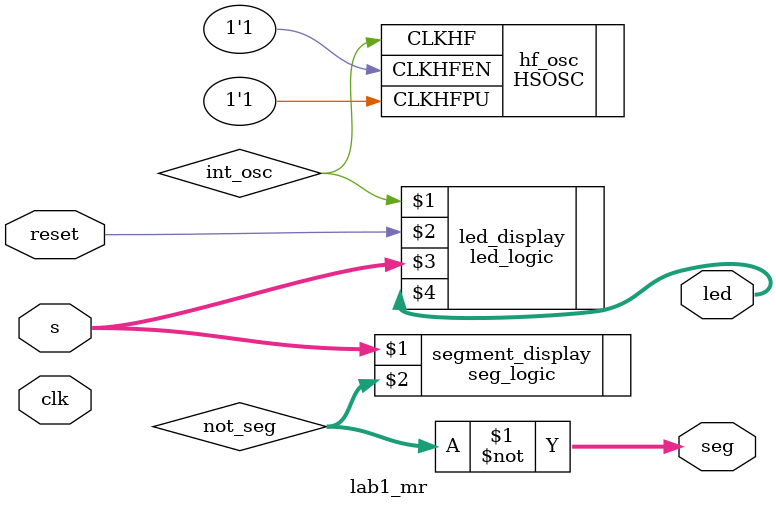
<source format=sv>
/*
	Marina Ring, mring@hmc.edu, 9/1/2024
	Module to control a seven segment display and LEDs using an FPGA.
*/

module lab1_mr(
	 input 	 logic clk,
	 input   logic reset,
     input   logic [3:0] s,
	 output  logic [2:0] led,
	 output  logic [6:0] seg
);

	logic int_osc;
	logic [6:0] not_seg;
	
	// Initialize high-speed oscillator to 24 MHz signal
      HSOSC #(.CLKHF_DIV(2'b01)) 
         hf_osc (.CLKHFPU(1'b1), .CLKHFEN(1'b1), .CLKHF(int_osc));

	// output logic
	led_logic led_display(int_osc, reset, s, led);
	seg_logic segment_display(s, not_seg);

	// turning a pin on corresponds to turning a segment off, so we need to switch all bits.
	assign seg = ~not_seg;
  
endmodule





   
</source>
